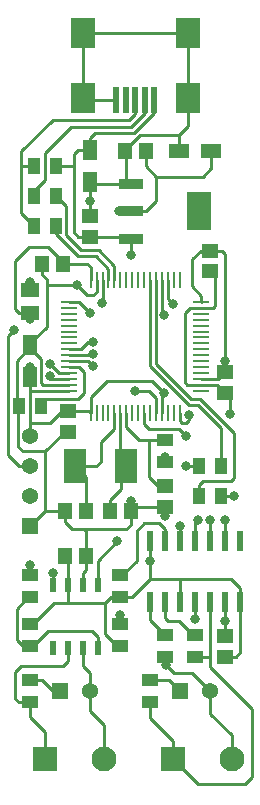
<source format=gtl>
G04 #@! TF.GenerationSoftware,KiCad,Pcbnew,5.1.10-88a1d61d58~88~ubuntu18.04.1*
G04 #@! TF.CreationDate,2021-10-08T18:05:20+03:00*
G04 #@! TF.ProjectId,canhacker,63616e68-6163-46b6-9572-2e6b69636164,rev?*
G04 #@! TF.SameCoordinates,Original*
G04 #@! TF.FileFunction,Copper,L1,Top*
G04 #@! TF.FilePolarity,Positive*
%FSLAX46Y46*%
G04 Gerber Fmt 4.6, Leading zero omitted, Abs format (unit mm)*
G04 Created by KiCad (PCBNEW 5.1.10-88a1d61d58~88~ubuntu18.04.1) date 2021-10-08 18:05:20*
%MOMM*%
%LPD*%
G01*
G04 APERTURE LIST*
G04 #@! TA.AperFunction,SMDPad,CuDef*
%ADD10R,2.000000X2.500000*%
G04 #@! TD*
G04 #@! TA.AperFunction,SMDPad,CuDef*
%ADD11R,0.500000X2.300000*%
G04 #@! TD*
G04 #@! TA.AperFunction,SMDPad,CuDef*
%ADD12R,1.420000X1.000000*%
G04 #@! TD*
G04 #@! TA.AperFunction,SMDPad,CuDef*
%ADD13R,1.000000X1.420000*%
G04 #@! TD*
G04 #@! TA.AperFunction,ComponentPad*
%ADD14C,1.370000*%
G04 #@! TD*
G04 #@! TA.AperFunction,ComponentPad*
%ADD15R,1.370000X1.370000*%
G04 #@! TD*
G04 #@! TA.AperFunction,SMDPad,CuDef*
%ADD16R,1.470000X1.160000*%
G04 #@! TD*
G04 #@! TA.AperFunction,SMDPad,CuDef*
%ADD17R,1.160000X1.470000*%
G04 #@! TD*
G04 #@! TA.AperFunction,SMDPad,CuDef*
%ADD18R,1.230000X1.710000*%
G04 #@! TD*
G04 #@! TA.AperFunction,SMDPad,CuDef*
%ADD19R,1.500000X1.300000*%
G04 #@! TD*
G04 #@! TA.AperFunction,SMDPad,CuDef*
%ADD20R,1.710000X1.230000*%
G04 #@! TD*
G04 #@! TA.AperFunction,SMDPad,CuDef*
%ADD21R,2.150000X3.250000*%
G04 #@! TD*
G04 #@! TA.AperFunction,SMDPad,CuDef*
%ADD22R,2.150000X0.950000*%
G04 #@! TD*
G04 #@! TA.AperFunction,SMDPad,CuDef*
%ADD23R,1.950000X2.950000*%
G04 #@! TD*
G04 #@! TA.AperFunction,SMDPad,CuDef*
%ADD24R,0.600000X1.300000*%
G04 #@! TD*
G04 #@! TA.AperFunction,SMDPad,CuDef*
%ADD25R,1.473200X0.279400*%
G04 #@! TD*
G04 #@! TA.AperFunction,SMDPad,CuDef*
%ADD26R,0.279400X1.473200*%
G04 #@! TD*
G04 #@! TA.AperFunction,SMDPad,CuDef*
%ADD27R,0.533400X1.701800*%
G04 #@! TD*
G04 #@! TA.AperFunction,ComponentPad*
%ADD28C,2.100000*%
G04 #@! TD*
G04 #@! TA.AperFunction,ComponentPad*
%ADD29R,2.100000X2.100000*%
G04 #@! TD*
G04 #@! TA.AperFunction,ViaPad*
%ADD30C,0.800000*%
G04 #@! TD*
G04 #@! TA.AperFunction,Conductor*
%ADD31C,0.250000*%
G04 #@! TD*
G04 APERTURE END LIST*
D10*
X144150000Y-48855000D03*
X144150000Y-43355000D03*
X135250000Y-48855000D03*
X135250000Y-43355000D03*
D11*
X138100000Y-48955000D03*
X138900000Y-48955000D03*
X139700000Y-48955000D03*
X140500000Y-48955000D03*
X141300000Y-48955000D03*
D12*
X140970000Y-98125000D03*
X140970000Y-99995000D03*
X130810000Y-98125000D03*
X130810000Y-99995000D03*
X142240000Y-94315000D03*
X142240000Y-96185000D03*
X144780000Y-94315000D03*
X144780000Y-96185000D03*
X138430000Y-95250000D03*
X138430000Y-93380000D03*
X138430000Y-91105000D03*
X138430000Y-89235000D03*
X130810000Y-93380000D03*
X130810000Y-95250000D03*
X130810000Y-91105000D03*
X130810000Y-89235000D03*
D13*
X145115000Y-80010000D03*
X146985000Y-80010000D03*
X146985000Y-82550000D03*
X145115000Y-82550000D03*
X131745000Y-74930000D03*
X129875000Y-74930000D03*
D12*
X142240000Y-79675000D03*
X142240000Y-77805000D03*
D14*
X146050000Y-99060000D03*
D15*
X143510000Y-99060000D03*
D14*
X135890000Y-99060000D03*
D15*
X133350000Y-99060000D03*
D16*
X147320000Y-94375000D03*
X147320000Y-96125000D03*
D17*
X135495000Y-87630000D03*
X133745000Y-87630000D03*
X133745000Y-83820000D03*
X135495000Y-83820000D03*
X131840000Y-62865000D03*
X133590000Y-62865000D03*
D16*
X147320000Y-73773000D03*
X147320000Y-72023000D03*
D17*
X139305000Y-83820000D03*
X137555000Y-83820000D03*
D16*
X146050000Y-63486000D03*
X146050000Y-61736000D03*
X133985000Y-77075000D03*
X133985000Y-75325000D03*
X142240000Y-83425000D03*
X142240000Y-81675000D03*
D13*
X133015000Y-57150000D03*
X131145000Y-57150000D03*
X133015000Y-59690000D03*
X131145000Y-59690000D03*
X133015000Y-54610000D03*
X131145000Y-54610000D03*
D18*
X130810000Y-69770000D03*
X130810000Y-72470000D03*
D19*
X130810000Y-66990000D03*
X130810000Y-65090000D03*
D20*
X143430000Y-53340000D03*
X146130000Y-53340000D03*
D17*
X138825000Y-53340000D03*
X140575000Y-53340000D03*
D16*
X135890000Y-58815000D03*
X135890000Y-60565000D03*
D18*
X135890000Y-55960000D03*
X135890000Y-53260000D03*
D21*
X145140000Y-58420000D03*
D22*
X139340000Y-60720000D03*
X139340000Y-58420000D03*
X139340000Y-56120000D03*
D23*
X138920000Y-80010000D03*
X134620000Y-80010000D03*
D24*
X136525000Y-95360000D03*
X135255000Y-95360000D03*
X133985000Y-95360000D03*
X132715000Y-95360000D03*
X132715000Y-90060000D03*
X133985000Y-90060000D03*
X135255000Y-90060000D03*
X136525000Y-90060000D03*
D25*
X134086600Y-73609200D03*
X134086600Y-73101200D03*
X134086600Y-72593200D03*
X134086600Y-72110600D03*
X134086600Y-71602600D03*
X134086600Y-71094600D03*
X134086600Y-70612000D03*
X134086600Y-70104000D03*
X134086600Y-69596000D03*
X134086600Y-69088000D03*
X134086600Y-68605400D03*
X134086600Y-68097400D03*
X134086600Y-67589400D03*
X134086600Y-67106800D03*
X134086600Y-66598800D03*
X134086600Y-66090800D03*
D26*
X135940800Y-64236600D03*
X136448800Y-64236600D03*
X136956800Y-64236600D03*
X137439400Y-64236600D03*
X137947400Y-64236600D03*
X138455400Y-64236600D03*
X138938000Y-64236600D03*
X139446000Y-64236600D03*
X139954000Y-64236600D03*
X140462000Y-64236600D03*
X140944600Y-64236600D03*
X141452600Y-64236600D03*
X141960600Y-64236600D03*
X142443200Y-64236600D03*
X142951200Y-64236600D03*
X143459200Y-64236600D03*
D25*
X145313400Y-66090800D03*
X145313400Y-66598800D03*
X145313400Y-67106800D03*
X145313400Y-67589400D03*
X145313400Y-68097400D03*
X145313400Y-68605400D03*
X145313400Y-69088000D03*
X145313400Y-69596000D03*
X145313400Y-70104000D03*
X145313400Y-70612000D03*
X145313400Y-71094600D03*
X145313400Y-71602600D03*
X145313400Y-72110600D03*
X145313400Y-72593200D03*
X145313400Y-73101200D03*
X145313400Y-73609200D03*
D26*
X143459200Y-75463400D03*
X142951200Y-75463400D03*
X142443200Y-75463400D03*
X141960600Y-75463400D03*
X141452600Y-75463400D03*
X140944600Y-75463400D03*
X140462000Y-75463400D03*
X139954000Y-75463400D03*
X139446000Y-75463400D03*
X138938000Y-75463400D03*
X138455400Y-75463400D03*
X137947400Y-75463400D03*
X137439400Y-75463400D03*
X136956800Y-75463400D03*
X136448800Y-75463400D03*
X135940800Y-75463400D03*
D27*
X148590000Y-91490800D03*
X147320000Y-91490800D03*
X146050000Y-91490800D03*
X144780000Y-91490800D03*
X143510000Y-91490800D03*
X142240000Y-91490800D03*
X140970000Y-91490800D03*
X140970000Y-86309200D03*
X142240000Y-86309200D03*
X143510000Y-86309200D03*
X144780000Y-86309200D03*
X146050000Y-86309200D03*
X147320000Y-86309200D03*
X148590000Y-86309200D03*
D28*
X147875000Y-104775000D03*
D29*
X142875000Y-104775000D03*
D28*
X137080000Y-104775000D03*
D29*
X132080000Y-104775000D03*
D14*
X130810000Y-77470000D03*
X130810000Y-80010000D03*
X130810000Y-82550000D03*
D15*
X130810000Y-85090000D03*
D30*
X138176000Y-86360000D03*
X132461000Y-72390000D03*
X132715000Y-89027000D03*
X132461000Y-71374000D03*
X148082000Y-82550000D03*
X144018000Y-80010000D03*
X144780000Y-92964000D03*
X142303500Y-96837500D03*
X138303000Y-58420000D03*
X130810000Y-64389000D03*
X139700000Y-73660000D03*
X147701000Y-75565000D03*
X142240000Y-84201000D03*
X147320000Y-93091000D03*
X134747000Y-64643000D03*
X135890000Y-57531000D03*
X139319000Y-82931000D03*
X139319000Y-62103000D03*
X140970000Y-88011000D03*
X142240000Y-79248000D03*
X142113000Y-73787000D03*
X130810000Y-67564000D03*
X130810000Y-71628000D03*
X147320000Y-71120000D03*
X136906000Y-66167000D03*
X129413000Y-68453000D03*
X135890000Y-67056000D03*
X144272000Y-75692000D03*
X144018000Y-77470000D03*
X130810000Y-88392000D03*
X136111980Y-71505660D03*
X142875000Y-66294000D03*
X138430000Y-92583000D03*
X143510000Y-85090000D03*
X142177610Y-67183000D03*
X144983543Y-84569906D03*
X136144000Y-69469000D03*
X146050000Y-84582000D03*
X136144000Y-70485000D03*
X147320000Y-84582000D03*
D31*
X130048000Y-58593000D02*
X131145000Y-59690000D01*
X131145000Y-54610000D02*
X130048000Y-54610000D01*
X130048000Y-54610000D02*
X130048000Y-58593000D01*
X132715000Y-50673000D02*
X130048000Y-53340000D01*
X139192000Y-50673000D02*
X132715000Y-50673000D01*
X139700000Y-48955000D02*
X139700000Y-50165000D01*
X130048000Y-53340000D02*
X130048000Y-54610000D01*
X139700000Y-50165000D02*
X139192000Y-50673000D01*
X140500000Y-50127000D02*
X140500000Y-48955000D01*
X131145000Y-56688000D02*
X132080000Y-55753000D01*
X134296990Y-51250010D02*
X139376990Y-51250010D01*
X131145000Y-57150000D02*
X131145000Y-56688000D01*
X132080000Y-55753000D02*
X132080000Y-53467000D01*
X132080000Y-53467000D02*
X134296990Y-51250010D01*
X139376990Y-51250010D02*
X140500000Y-50127000D01*
X132664200Y-72593200D02*
X132461000Y-72390000D01*
X134086600Y-72593200D02*
X132664200Y-72593200D01*
X136525000Y-88011000D02*
X138176000Y-86360000D01*
X136525000Y-90060000D02*
X136525000Y-88011000D01*
X132492700Y-71374000D02*
X132461000Y-71374000D01*
X133229300Y-72110600D02*
X132492700Y-71374000D01*
X134086600Y-72110600D02*
X133229300Y-72110600D01*
X132715000Y-90060000D02*
X132715000Y-89027000D01*
X134874000Y-62230000D02*
X136398000Y-62230000D01*
X133015000Y-59690000D02*
X133015000Y-60371000D01*
X137439400Y-63271400D02*
X137439400Y-64236600D01*
X136398000Y-62230000D02*
X137439400Y-63271400D01*
X133015000Y-60371000D02*
X134874000Y-62230000D01*
X148082000Y-82550000D02*
X146985000Y-82550000D01*
X144018000Y-80010000D02*
X145115000Y-80010000D01*
X135255000Y-96901000D02*
X135255000Y-95360000D01*
X135890000Y-99060000D02*
X135890000Y-97536000D01*
X135890000Y-97536000D02*
X135255000Y-96901000D01*
X135890000Y-99060000D02*
X135890000Y-100711000D01*
X137080000Y-101901000D02*
X137080000Y-104775000D01*
X135890000Y-100711000D02*
X137080000Y-101901000D01*
X133985000Y-96520000D02*
X133985000Y-95360000D01*
X129840000Y-99995000D02*
X129540000Y-99695000D01*
X130810000Y-99995000D02*
X129840000Y-99995000D01*
X129540000Y-99695000D02*
X129540000Y-97409000D01*
X129540000Y-97409000D02*
X130048000Y-96901000D01*
X130048000Y-96901000D02*
X133604000Y-96901000D01*
X133604000Y-96901000D02*
X133985000Y-96520000D01*
X130810000Y-99995000D02*
X130810000Y-101219000D01*
X132080000Y-102489000D02*
X132080000Y-104775000D01*
X130810000Y-101219000D02*
X132080000Y-102489000D01*
X146050000Y-99060000D02*
X144526000Y-97536000D01*
X144526000Y-97536000D02*
X143002000Y-97536000D01*
X142240000Y-96774000D02*
X142240000Y-96185000D01*
X143002000Y-97536000D02*
X142303500Y-96837500D01*
X144780000Y-91490800D02*
X144780000Y-92964000D01*
X142303500Y-96837500D02*
X142240000Y-96774000D01*
X147875000Y-102790000D02*
X147875000Y-104775000D01*
X146050000Y-99060000D02*
X146050000Y-100965000D01*
X146050000Y-100965000D02*
X147875000Y-102790000D01*
X140970000Y-99995000D02*
X141143000Y-99995000D01*
X146050000Y-91490800D02*
X146050000Y-95885000D01*
X142875000Y-103251000D02*
X142875000Y-104775000D01*
X140970000Y-99995000D02*
X140970000Y-101346000D01*
X140970000Y-101346000D02*
X142875000Y-103251000D01*
X145034000Y-106934000D02*
X142875000Y-104775000D01*
X148971000Y-106934000D02*
X145034000Y-106934000D01*
X144780000Y-96185000D02*
X144826000Y-96185000D01*
X149606000Y-106299000D02*
X148971000Y-106934000D01*
X146050000Y-95885000D02*
X146050000Y-97028000D01*
X146050000Y-97028000D02*
X149606000Y-100584000D01*
X149606000Y-100965000D02*
X149606000Y-101727000D01*
X149606000Y-100584000D02*
X149606000Y-101727000D01*
X149606000Y-101727000D02*
X149606000Y-106299000D01*
X146004000Y-96185000D02*
X144780000Y-96185000D01*
X146050000Y-96139000D02*
X146004000Y-96185000D01*
X130810000Y-64389000D02*
X130810000Y-65090000D01*
X140575000Y-53340000D02*
X140575000Y-54596000D01*
X141478000Y-55499000D02*
X142621000Y-55499000D01*
X140575000Y-54596000D02*
X141478000Y-55499000D01*
X145415000Y-55499000D02*
X142621000Y-55499000D01*
X146130000Y-53340000D02*
X146130000Y-54784000D01*
X146130000Y-54784000D02*
X145415000Y-55499000D01*
X140589000Y-58420000D02*
X139340000Y-58420000D01*
X141478000Y-55499000D02*
X141478000Y-57531000D01*
X141478000Y-57531000D02*
X140589000Y-58420000D01*
X138825000Y-53340000D02*
X138557000Y-53340000D01*
X135250000Y-43355000D02*
X135250000Y-48855000D01*
X135350000Y-48955000D02*
X135250000Y-48855000D01*
X138100000Y-48955000D02*
X135350000Y-48955000D01*
X144150000Y-43355000D02*
X144150000Y-48855000D01*
X135250000Y-43355000D02*
X144150000Y-43355000D01*
X139340000Y-56120000D02*
X139587000Y-56120000D01*
X135890000Y-58815000D02*
X135890000Y-57531000D01*
X136448800Y-64236600D02*
X136448800Y-65223200D01*
X136448800Y-65223200D02*
X136140000Y-65532000D01*
X136140000Y-65532000D02*
X135636000Y-65532000D01*
X135636000Y-65532000D02*
X134747000Y-64643000D01*
X135495000Y-87630000D02*
X135495000Y-88787000D01*
X135255000Y-89027000D02*
X135255000Y-90060000D01*
X135495000Y-88787000D02*
X135255000Y-89027000D01*
X147320000Y-94375000D02*
X147320000Y-93091000D01*
X133745000Y-83820000D02*
X133745000Y-84723000D01*
X133745000Y-84723000D02*
X134366000Y-85344000D01*
X139305000Y-84977000D02*
X139305000Y-83820000D01*
X138938000Y-85344000D02*
X139305000Y-84977000D01*
X135495000Y-85457000D02*
X135382000Y-85344000D01*
X135495000Y-87630000D02*
X135495000Y-85457000D01*
X134366000Y-85344000D02*
X135382000Y-85344000D01*
X135382000Y-85344000D02*
X138938000Y-85344000D01*
X130810000Y-69770000D02*
X130810000Y-69850000D01*
X133985000Y-77075000D02*
X133745000Y-77075000D01*
X133745000Y-77075000D02*
X132080000Y-78740000D01*
X132080000Y-78740000D02*
X130175000Y-78740000D01*
X129799999Y-75005001D02*
X129875000Y-74930000D01*
X129799999Y-78364999D02*
X129799999Y-75005001D01*
X130175000Y-78740000D02*
X129799999Y-78364999D01*
X139700000Y-83425000D02*
X139305000Y-83820000D01*
X142240000Y-83425000D02*
X139700000Y-83425000D01*
X142240000Y-83425000D02*
X142240000Y-84201000D01*
X146648200Y-73101200D02*
X147320000Y-73773000D01*
X145313400Y-73101200D02*
X146648200Y-73101200D01*
X147701000Y-74154000D02*
X147320000Y-73773000D01*
X147701000Y-75565000D02*
X147701000Y-74154000D01*
X147320000Y-93091000D02*
X147320000Y-91490800D01*
X130810000Y-85090000D02*
X132080000Y-83820000D01*
X132080000Y-83820000D02*
X133745000Y-83820000D01*
X135890000Y-57531000D02*
X135890000Y-55960000D01*
X146266702Y-66598800D02*
X146431000Y-66434502D01*
X145313400Y-66598800D02*
X146266702Y-66598800D01*
X146431000Y-63867000D02*
X146050000Y-63486000D01*
X146431000Y-66434502D02*
X146431000Y-63867000D01*
X145313400Y-73101200D02*
X144094200Y-73101200D01*
X144094200Y-73101200D02*
X143891000Y-72898000D01*
X143891000Y-72898000D02*
X143891000Y-67056000D01*
X144348200Y-66598800D02*
X145313400Y-66598800D01*
X143891000Y-67056000D02*
X144348200Y-66598800D01*
X132080000Y-78740000D02*
X132080000Y-83820000D01*
X140912998Y-73660000D02*
X139700000Y-73660000D01*
X141452600Y-74199602D02*
X140912998Y-73660000D01*
X141452600Y-75463400D02*
X141452600Y-74199602D01*
X139319000Y-83806000D02*
X139305000Y-83820000D01*
X139319000Y-82931000D02*
X139319000Y-83806000D01*
X140071998Y-51943000D02*
X143383000Y-51943000D01*
X138825000Y-53340000D02*
X138825000Y-53189998D01*
X138825000Y-53189998D02*
X140071998Y-51943000D01*
X144150000Y-50033000D02*
X144150000Y-48855000D01*
X143383000Y-51943000D02*
X144150000Y-51176000D01*
X144150000Y-51176000D02*
X144150000Y-50033000D01*
X143383000Y-53293000D02*
X143430000Y-53340000D01*
X143383000Y-51943000D02*
X143383000Y-53293000D01*
X138938000Y-55718000D02*
X139340000Y-56120000D01*
X138825000Y-53340000D02*
X138938000Y-53453000D01*
X138938000Y-53453000D02*
X138938000Y-55718000D01*
X139326000Y-56134000D02*
X139340000Y-56120000D01*
X135890000Y-55960000D02*
X136064000Y-56134000D01*
X136064000Y-56134000D02*
X139326000Y-56134000D01*
X134747000Y-64643000D02*
X132207000Y-64643000D01*
X134086600Y-73101200D02*
X131903610Y-73101200D01*
X131903610Y-73101200D02*
X131750001Y-72947591D01*
X130810000Y-69977000D02*
X131750001Y-70917001D01*
X130810000Y-69770000D02*
X130810000Y-69977000D01*
X131750001Y-72947591D02*
X131750001Y-70917001D01*
X132207000Y-68199000D02*
X130810000Y-69596000D01*
X132207000Y-64135000D02*
X132207000Y-68199000D01*
X131840000Y-62865000D02*
X131840000Y-63768000D01*
X130810000Y-69596000D02*
X130810000Y-69770000D01*
X131840000Y-63768000D02*
X132207000Y-64135000D01*
X130810000Y-69913500D02*
X130810000Y-69770000D01*
X129667000Y-71056500D02*
X130810000Y-69913500D01*
X129875000Y-74930000D02*
X129667000Y-74722000D01*
X129667000Y-74722000D02*
X129667000Y-71056500D01*
X139185000Y-60565000D02*
X139340000Y-60720000D01*
X135890000Y-60565000D02*
X139185000Y-60565000D01*
X133985000Y-87870000D02*
X133745000Y-87630000D01*
X133985000Y-90060000D02*
X133985000Y-87870000D01*
X148590000Y-90297000D02*
X148590000Y-91490800D01*
X147828000Y-89535000D02*
X148590000Y-90297000D01*
X143510000Y-91490800D02*
X143510000Y-89535000D01*
X143510000Y-89535000D02*
X147828000Y-89535000D01*
X140970000Y-86309200D02*
X140970000Y-88011000D01*
X140970000Y-89535000D02*
X143510000Y-89535000D01*
X140970000Y-88011000D02*
X140970000Y-89535000D01*
X139340000Y-62082000D02*
X139319000Y-62103000D01*
X139340000Y-60720000D02*
X139340000Y-62082000D01*
X134493000Y-54610000D02*
X133015000Y-54610000D01*
X134827000Y-53260000D02*
X135890000Y-53260000D01*
X134493000Y-54610000D02*
X134493000Y-53594000D01*
X134493000Y-53594000D02*
X134827000Y-53260000D01*
X135890000Y-60565000D02*
X134860000Y-60565000D01*
X134493000Y-60198000D02*
X134493000Y-54610000D01*
X134860000Y-60565000D02*
X134493000Y-60198000D01*
X132842000Y-91567000D02*
X133858000Y-91567000D01*
X130810000Y-93380000D02*
X131029000Y-93380000D01*
X131029000Y-93380000D02*
X132842000Y-91567000D01*
X136906000Y-91567000D02*
X133858000Y-91567000D01*
X133985000Y-91567000D02*
X133985000Y-90060000D01*
X137160000Y-91567000D02*
X136906000Y-91567000D01*
X137160000Y-94234000D02*
X137160000Y-91567000D01*
X138430000Y-95250000D02*
X138176000Y-95250000D01*
X138176000Y-95250000D02*
X137160000Y-94234000D01*
X137622000Y-91105000D02*
X138430000Y-91105000D01*
X137160000Y-91567000D02*
X137622000Y-91105000D01*
X148590000Y-95758000D02*
X148590000Y-91490800D01*
X147320000Y-96125000D02*
X148223000Y-96125000D01*
X148223000Y-96125000D02*
X148590000Y-95758000D01*
X139400000Y-91105000D02*
X140970000Y-89535000D01*
X138430000Y-91105000D02*
X139400000Y-91105000D01*
X141300000Y-50078588D02*
X141300000Y-48955000D01*
X136328990Y-51758010D02*
X139620578Y-51758010D01*
X139620578Y-51758010D02*
X141300000Y-50078588D01*
X135890000Y-53260000D02*
X135890000Y-52197000D01*
X135890000Y-52197000D02*
X136328990Y-51758010D01*
X145364200Y-66040000D02*
X145313400Y-66090800D01*
X135802400Y-75325000D02*
X135940800Y-75463400D01*
X133985000Y-75325000D02*
X135802400Y-75325000D01*
X146749800Y-72593200D02*
X147320000Y-72023000D01*
X145313400Y-72593200D02*
X146749800Y-72593200D01*
X133590000Y-62865000D02*
X133590000Y-62724000D01*
X133590000Y-62724000D02*
X132334000Y-61468000D01*
X132334000Y-61468000D02*
X130683000Y-61468000D01*
X130683000Y-61468000D02*
X129540000Y-62611000D01*
X129540000Y-62611000D02*
X129540000Y-66675000D01*
X129855000Y-66990000D02*
X130810000Y-66990000D01*
X129540000Y-66675000D02*
X129855000Y-66990000D01*
X145313400Y-66090800D02*
X145313400Y-65557400D01*
X145313400Y-65557400D02*
X144526000Y-64770000D01*
X144526000Y-64770000D02*
X144526000Y-62484000D01*
X145274000Y-61736000D02*
X146050000Y-61736000D01*
X144526000Y-62484000D02*
X145274000Y-61736000D01*
X147035000Y-61736000D02*
X146050000Y-61736000D01*
X147320000Y-62021000D02*
X147035000Y-61736000D01*
X147320000Y-72023000D02*
X147320000Y-71120000D01*
X141960600Y-73939400D02*
X142113000Y-73787000D01*
X141960600Y-75463400D02*
X141960600Y-73939400D01*
X141986000Y-73914000D02*
X142113000Y-73787000D01*
X147320000Y-71120000D02*
X147320000Y-62021000D01*
X130810000Y-77470000D02*
X130810000Y-72470000D01*
X135940800Y-63169800D02*
X135940800Y-64236600D01*
X133590000Y-62865000D02*
X135636000Y-62865000D01*
X135636000Y-62865000D02*
X135940800Y-63169800D01*
X130810000Y-73609200D02*
X134086600Y-73609200D01*
X130810000Y-72470000D02*
X130810000Y-73609200D01*
X141097000Y-72771000D02*
X142113000Y-73787000D01*
X137287000Y-72771000D02*
X141097000Y-72771000D01*
X135940800Y-75463400D02*
X135940800Y-74117200D01*
X135940800Y-74117200D02*
X137287000Y-72771000D01*
X133463000Y-75325000D02*
X133985000Y-75325000D01*
X130810000Y-76327000D02*
X132461000Y-76327000D01*
X132461000Y-76327000D02*
X133463000Y-75325000D01*
X133858000Y-60452000D02*
X133858000Y-57993000D01*
X135128000Y-61722000D02*
X133858000Y-60452000D01*
X136653410Y-61722000D02*
X135128000Y-61722000D01*
X133858000Y-57993000D02*
X133015000Y-57150000D01*
X137947400Y-64236600D02*
X137947400Y-63015990D01*
X137947400Y-63015990D02*
X136653410Y-61722000D01*
X138938000Y-76708000D02*
X138938000Y-75463400D01*
X140035000Y-77805000D02*
X138938000Y-76708000D01*
X142240000Y-81675000D02*
X141619000Y-81675000D01*
X140889000Y-80945000D02*
X140889000Y-77805000D01*
X141619000Y-81675000D02*
X140889000Y-80945000D01*
X142240000Y-77805000D02*
X140889000Y-77805000D01*
X140889000Y-77805000D02*
X140035000Y-77805000D01*
X137555000Y-82835000D02*
X138475000Y-81915000D01*
X137555000Y-83820000D02*
X137555000Y-82835000D01*
X138475000Y-80455000D02*
X138920000Y-80010000D01*
X138475000Y-81915000D02*
X138475000Y-80455000D01*
X138455400Y-79545400D02*
X138920000Y-80010000D01*
X138455400Y-75463400D02*
X138455400Y-79545400D01*
X135495000Y-80885000D02*
X134620000Y-80010000D01*
X135495000Y-83820000D02*
X135495000Y-80885000D01*
X134620000Y-79744102D02*
X134620000Y-80010000D01*
X137947400Y-75463400D02*
X137947400Y-76809600D01*
X137947400Y-76809600D02*
X136779000Y-77978000D01*
X136779000Y-77978000D02*
X136779000Y-79629000D01*
X136398000Y-80010000D02*
X134620000Y-80010000D01*
X136779000Y-79629000D02*
X136398000Y-80010000D01*
X129841264Y-80010000D02*
X128905000Y-79073736D01*
X130810000Y-80010000D02*
X129841264Y-80010000D01*
X128905000Y-79073736D02*
X128905000Y-68961000D01*
X128905000Y-68961000D02*
X129413000Y-68453000D01*
X129413000Y-68453000D02*
X129413000Y-68453000D01*
X136956800Y-66116200D02*
X136956800Y-64236600D01*
X136906000Y-66167000D02*
X136956800Y-66116200D01*
X134924800Y-66090800D02*
X135890000Y-67056000D01*
X134086600Y-66090800D02*
X134924800Y-66090800D01*
X131780000Y-98125000D02*
X130810000Y-98125000D01*
X133350000Y-99060000D02*
X132715000Y-99060000D01*
X132715000Y-99060000D02*
X131780000Y-98125000D01*
X142575000Y-98125000D02*
X140970000Y-98125000D01*
X143510000Y-99060000D02*
X142575000Y-98125000D01*
X131745000Y-74757000D02*
X132207000Y-74295000D01*
X131745000Y-74930000D02*
X131745000Y-74757000D01*
X132207000Y-74295000D02*
X134874000Y-74295000D01*
X134874000Y-74295000D02*
X135382000Y-73787000D01*
X134975600Y-71602600D02*
X134086600Y-71602600D01*
X135382000Y-73787000D02*
X135382000Y-72009000D01*
X135382000Y-72009000D02*
X134975600Y-71602600D01*
X143459200Y-75463400D02*
X143459200Y-76149200D01*
X143459200Y-76149200D02*
X143637000Y-76327000D01*
X143637000Y-76327000D02*
X144018000Y-76327000D01*
X144018000Y-76327000D02*
X144272000Y-76073000D01*
X144272000Y-76073000D02*
X144272000Y-75692000D01*
X144272000Y-75692000D02*
X144272000Y-75692000D01*
X140462000Y-76450000D02*
X140847000Y-76835000D01*
X140462000Y-75463400D02*
X140462000Y-76450000D01*
X140847000Y-76835000D02*
X143383000Y-76835000D01*
X143383000Y-76835000D02*
X144018000Y-77470000D01*
X144018000Y-77470000D02*
X144018000Y-77470000D01*
X145115000Y-82550000D02*
X145115000Y-82088000D01*
X148082000Y-81026000D02*
X148082000Y-77214589D01*
X147828000Y-81280000D02*
X148082000Y-81026000D01*
X145115000Y-81590000D02*
X145425000Y-81280000D01*
X145425000Y-81280000D02*
X147828000Y-81280000D01*
X144400410Y-74295000D02*
X141452600Y-71347190D01*
X145162411Y-74295000D02*
X144400410Y-74295000D01*
X141452600Y-71347190D02*
X141452600Y-64236600D01*
X148082000Y-77214589D02*
X145162411Y-74295000D01*
X145115000Y-82550000D02*
X145115000Y-81590000D01*
X140944600Y-70586600D02*
X140944600Y-67081400D01*
X140944600Y-67081400D02*
X140944600Y-64236600D01*
X144272000Y-74803000D02*
X140944600Y-71475600D01*
X140944600Y-71475600D02*
X140944600Y-67081400D01*
X145034000Y-74803000D02*
X144272000Y-74803000D01*
X146985000Y-80010000D02*
X146985000Y-76754000D01*
X146985000Y-76754000D02*
X145034000Y-74803000D01*
X130810000Y-91105000D02*
X130637000Y-91105000D01*
X130637000Y-91105000D02*
X129667000Y-92075000D01*
X129667000Y-92075000D02*
X129667000Y-94742000D01*
X130175000Y-95250000D02*
X130810000Y-95250000D01*
X129667000Y-94742000D02*
X130175000Y-95250000D01*
X131064000Y-95250000D02*
X130810000Y-95250000D01*
X132334000Y-93980000D02*
X131064000Y-95250000D01*
X136017000Y-93980000D02*
X132334000Y-93980000D01*
X136525000Y-95360000D02*
X136525000Y-94488000D01*
X136525000Y-94488000D02*
X136017000Y-93980000D01*
X130810000Y-88392000D02*
X130810000Y-89235000D01*
X134086600Y-71094600D02*
X135700920Y-71094600D01*
X135700920Y-71094600D02*
X136111980Y-71505660D01*
X142240000Y-85344000D02*
X142240000Y-86309200D01*
X138603000Y-89235000D02*
X139827000Y-88011000D01*
X139827000Y-88011000D02*
X139827000Y-85471000D01*
X138430000Y-89235000D02*
X138603000Y-89235000D01*
X139827000Y-85471000D02*
X140462000Y-84836000D01*
X140462000Y-84836000D02*
X141732000Y-84836000D01*
X141732000Y-84836000D02*
X142240000Y-85344000D01*
X143510000Y-85090000D02*
X143510000Y-86309200D01*
X138430000Y-92583000D02*
X138430000Y-93380000D01*
X142443200Y-65862200D02*
X142875000Y-66294000D01*
X142443200Y-64236600D02*
X142443200Y-65862200D01*
X144780000Y-94315000D02*
X144607000Y-94315000D01*
X144607000Y-94315000D02*
X143383000Y-93091000D01*
X143383000Y-93091000D02*
X142494000Y-93091000D01*
X142240000Y-92837000D02*
X142240000Y-91490800D01*
X142494000Y-93091000D02*
X142240000Y-92837000D01*
X140970000Y-93045000D02*
X140970000Y-91490800D01*
X142240000Y-94315000D02*
X140970000Y-93045000D01*
X141960600Y-64236600D02*
X141960600Y-66965990D01*
X141960600Y-66965990D02*
X142177610Y-67183000D01*
X144780000Y-84773449D02*
X144983543Y-84569906D01*
X144780000Y-86309200D02*
X144780000Y-84773449D01*
X146050000Y-86309200D02*
X146050000Y-84582000D01*
X135708200Y-69469000D02*
X136144000Y-69469000D01*
X135073200Y-70104000D02*
X135708200Y-69469000D01*
X134086600Y-70104000D02*
X135073200Y-70104000D01*
X147320000Y-86309200D02*
X147320000Y-84582000D01*
X136017000Y-70612000D02*
X136144000Y-70485000D01*
X134086600Y-70612000D02*
X136017000Y-70612000D01*
M02*

</source>
